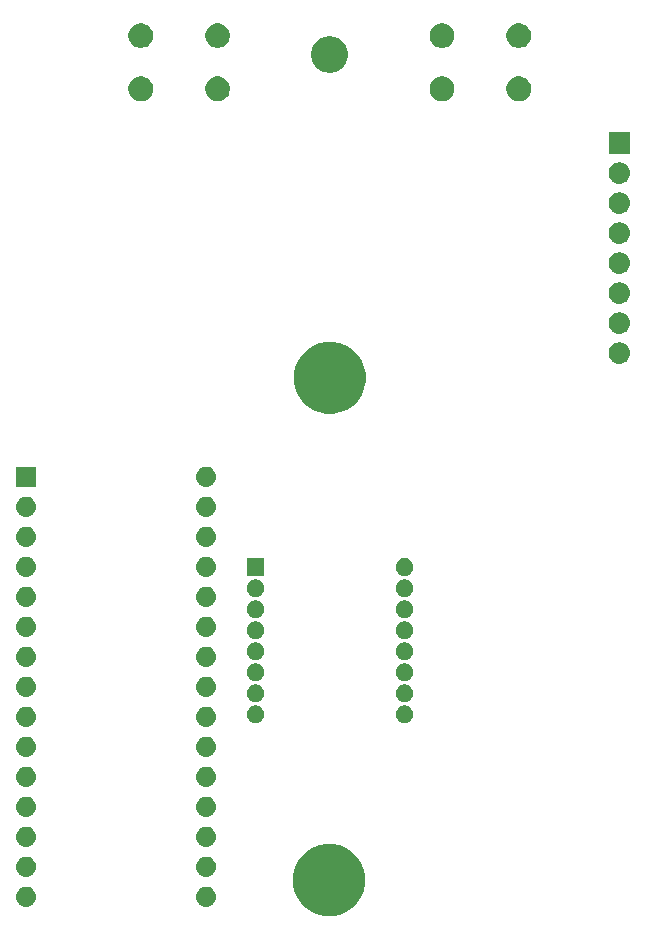
<source format=gbr>
G04 #@! TF.GenerationSoftware,KiCad,Pcbnew,(5.1.0-0)*
G04 #@! TF.CreationDate,2020-10-15T12:17:16+01:00*
G04 #@! TF.ProjectId,OpenLaserMouse,4f70656e-4c61-4736-9572-4d6f7573652e,rev?*
G04 #@! TF.SameCoordinates,Original*
G04 #@! TF.FileFunction,Soldermask,Bot*
G04 #@! TF.FilePolarity,Negative*
%FSLAX46Y46*%
G04 Gerber Fmt 4.6, Leading zero omitted, Abs format (unit mm)*
G04 Created by KiCad (PCBNEW (5.1.0-0)) date 2020-10-15 12:17:16*
%MOMM*%
%LPD*%
G04 APERTURE LIST*
%ADD10C,0.100000*%
G04 APERTURE END LIST*
D10*
G36*
X68834943Y-113566248D02*
G01*
X69390189Y-113796238D01*
X69390190Y-113796239D01*
X69889899Y-114130134D01*
X70314866Y-114555101D01*
X70390633Y-114668495D01*
X70648762Y-115054811D01*
X70878752Y-115610057D01*
X70996000Y-116199501D01*
X70996000Y-116800499D01*
X70878752Y-117389943D01*
X70648762Y-117945189D01*
X70648761Y-117945190D01*
X70314866Y-118444899D01*
X69889899Y-118869866D01*
X69638347Y-119037948D01*
X69390189Y-119203762D01*
X68834943Y-119433752D01*
X68245499Y-119551000D01*
X67644501Y-119551000D01*
X67055057Y-119433752D01*
X66499811Y-119203762D01*
X66251653Y-119037948D01*
X66000101Y-118869866D01*
X65575134Y-118444899D01*
X65241239Y-117945190D01*
X65241238Y-117945189D01*
X65011248Y-117389943D01*
X64894000Y-116800499D01*
X64894000Y-116199501D01*
X65011248Y-115610057D01*
X65241238Y-115054811D01*
X65499367Y-114668495D01*
X65575134Y-114555101D01*
X66000101Y-114130134D01*
X66499810Y-113796239D01*
X66499811Y-113796238D01*
X67055057Y-113566248D01*
X67644501Y-113449000D01*
X68245499Y-113449000D01*
X68834943Y-113566248D01*
X68834943Y-113566248D01*
G37*
G36*
X57697823Y-117080813D02*
G01*
X57858242Y-117129476D01*
X57990906Y-117200386D01*
X58006078Y-117208496D01*
X58135659Y-117314841D01*
X58242004Y-117444422D01*
X58242005Y-117444424D01*
X58321024Y-117592258D01*
X58369687Y-117752677D01*
X58386117Y-117919500D01*
X58369687Y-118086323D01*
X58321024Y-118246742D01*
X58250114Y-118379406D01*
X58242004Y-118394578D01*
X58135659Y-118524159D01*
X58006078Y-118630504D01*
X58006076Y-118630505D01*
X57858242Y-118709524D01*
X57697823Y-118758187D01*
X57572804Y-118770500D01*
X57489196Y-118770500D01*
X57364177Y-118758187D01*
X57203758Y-118709524D01*
X57055924Y-118630505D01*
X57055922Y-118630504D01*
X56926341Y-118524159D01*
X56819996Y-118394578D01*
X56811886Y-118379406D01*
X56740976Y-118246742D01*
X56692313Y-118086323D01*
X56675883Y-117919500D01*
X56692313Y-117752677D01*
X56740976Y-117592258D01*
X56819995Y-117444424D01*
X56819996Y-117444422D01*
X56926341Y-117314841D01*
X57055922Y-117208496D01*
X57071094Y-117200386D01*
X57203758Y-117129476D01*
X57364177Y-117080813D01*
X57489196Y-117068500D01*
X57572804Y-117068500D01*
X57697823Y-117080813D01*
X57697823Y-117080813D01*
G37*
G36*
X42457823Y-117080813D02*
G01*
X42618242Y-117129476D01*
X42750906Y-117200386D01*
X42766078Y-117208496D01*
X42895659Y-117314841D01*
X43002004Y-117444422D01*
X43002005Y-117444424D01*
X43081024Y-117592258D01*
X43129687Y-117752677D01*
X43146117Y-117919500D01*
X43129687Y-118086323D01*
X43081024Y-118246742D01*
X43010114Y-118379406D01*
X43002004Y-118394578D01*
X42895659Y-118524159D01*
X42766078Y-118630504D01*
X42766076Y-118630505D01*
X42618242Y-118709524D01*
X42457823Y-118758187D01*
X42332804Y-118770500D01*
X42249196Y-118770500D01*
X42124177Y-118758187D01*
X41963758Y-118709524D01*
X41815924Y-118630505D01*
X41815922Y-118630504D01*
X41686341Y-118524159D01*
X41579996Y-118394578D01*
X41571886Y-118379406D01*
X41500976Y-118246742D01*
X41452313Y-118086323D01*
X41435883Y-117919500D01*
X41452313Y-117752677D01*
X41500976Y-117592258D01*
X41579995Y-117444424D01*
X41579996Y-117444422D01*
X41686341Y-117314841D01*
X41815922Y-117208496D01*
X41831094Y-117200386D01*
X41963758Y-117129476D01*
X42124177Y-117080813D01*
X42249196Y-117068500D01*
X42332804Y-117068500D01*
X42457823Y-117080813D01*
X42457823Y-117080813D01*
G37*
G36*
X57697823Y-114540813D02*
G01*
X57858242Y-114589476D01*
X57990906Y-114660386D01*
X58006078Y-114668496D01*
X58135659Y-114774841D01*
X58242004Y-114904422D01*
X58242005Y-114904424D01*
X58321024Y-115052258D01*
X58321025Y-115052261D01*
X58330083Y-115082120D01*
X58369687Y-115212677D01*
X58386117Y-115379500D01*
X58369687Y-115546323D01*
X58321024Y-115706742D01*
X58250114Y-115839406D01*
X58242004Y-115854578D01*
X58135659Y-115984159D01*
X58006078Y-116090504D01*
X58006076Y-116090505D01*
X57858242Y-116169524D01*
X57697823Y-116218187D01*
X57572804Y-116230500D01*
X57489196Y-116230500D01*
X57364177Y-116218187D01*
X57203758Y-116169524D01*
X57055924Y-116090505D01*
X57055922Y-116090504D01*
X56926341Y-115984159D01*
X56819996Y-115854578D01*
X56811886Y-115839406D01*
X56740976Y-115706742D01*
X56692313Y-115546323D01*
X56675883Y-115379500D01*
X56692313Y-115212677D01*
X56731917Y-115082120D01*
X56740975Y-115052261D01*
X56740976Y-115052258D01*
X56819995Y-114904424D01*
X56819996Y-114904422D01*
X56926341Y-114774841D01*
X57055922Y-114668496D01*
X57071094Y-114660386D01*
X57203758Y-114589476D01*
X57364177Y-114540813D01*
X57489196Y-114528500D01*
X57572804Y-114528500D01*
X57697823Y-114540813D01*
X57697823Y-114540813D01*
G37*
G36*
X42457823Y-114540813D02*
G01*
X42618242Y-114589476D01*
X42750906Y-114660386D01*
X42766078Y-114668496D01*
X42895659Y-114774841D01*
X43002004Y-114904422D01*
X43002005Y-114904424D01*
X43081024Y-115052258D01*
X43081025Y-115052261D01*
X43090083Y-115082120D01*
X43129687Y-115212677D01*
X43146117Y-115379500D01*
X43129687Y-115546323D01*
X43081024Y-115706742D01*
X43010114Y-115839406D01*
X43002004Y-115854578D01*
X42895659Y-115984159D01*
X42766078Y-116090504D01*
X42766076Y-116090505D01*
X42618242Y-116169524D01*
X42457823Y-116218187D01*
X42332804Y-116230500D01*
X42249196Y-116230500D01*
X42124177Y-116218187D01*
X41963758Y-116169524D01*
X41815924Y-116090505D01*
X41815922Y-116090504D01*
X41686341Y-115984159D01*
X41579996Y-115854578D01*
X41571886Y-115839406D01*
X41500976Y-115706742D01*
X41452313Y-115546323D01*
X41435883Y-115379500D01*
X41452313Y-115212677D01*
X41491917Y-115082120D01*
X41500975Y-115052261D01*
X41500976Y-115052258D01*
X41579995Y-114904424D01*
X41579996Y-114904422D01*
X41686341Y-114774841D01*
X41815922Y-114668496D01*
X41831094Y-114660386D01*
X41963758Y-114589476D01*
X42124177Y-114540813D01*
X42249196Y-114528500D01*
X42332804Y-114528500D01*
X42457823Y-114540813D01*
X42457823Y-114540813D01*
G37*
G36*
X57697823Y-112000813D02*
G01*
X57858242Y-112049476D01*
X57990906Y-112120386D01*
X58006078Y-112128496D01*
X58135659Y-112234841D01*
X58242004Y-112364422D01*
X58242005Y-112364424D01*
X58321024Y-112512258D01*
X58369687Y-112672677D01*
X58386117Y-112839500D01*
X58369687Y-113006323D01*
X58321024Y-113166742D01*
X58250114Y-113299406D01*
X58242004Y-113314578D01*
X58135659Y-113444159D01*
X58006078Y-113550504D01*
X58006076Y-113550505D01*
X57858242Y-113629524D01*
X57697823Y-113678187D01*
X57572804Y-113690500D01*
X57489196Y-113690500D01*
X57364177Y-113678187D01*
X57203758Y-113629524D01*
X57055924Y-113550505D01*
X57055922Y-113550504D01*
X56926341Y-113444159D01*
X56819996Y-113314578D01*
X56811886Y-113299406D01*
X56740976Y-113166742D01*
X56692313Y-113006323D01*
X56675883Y-112839500D01*
X56692313Y-112672677D01*
X56740976Y-112512258D01*
X56819995Y-112364424D01*
X56819996Y-112364422D01*
X56926341Y-112234841D01*
X57055922Y-112128496D01*
X57071094Y-112120386D01*
X57203758Y-112049476D01*
X57364177Y-112000813D01*
X57489196Y-111988500D01*
X57572804Y-111988500D01*
X57697823Y-112000813D01*
X57697823Y-112000813D01*
G37*
G36*
X42457823Y-112000813D02*
G01*
X42618242Y-112049476D01*
X42750906Y-112120386D01*
X42766078Y-112128496D01*
X42895659Y-112234841D01*
X43002004Y-112364422D01*
X43002005Y-112364424D01*
X43081024Y-112512258D01*
X43129687Y-112672677D01*
X43146117Y-112839500D01*
X43129687Y-113006323D01*
X43081024Y-113166742D01*
X43010114Y-113299406D01*
X43002004Y-113314578D01*
X42895659Y-113444159D01*
X42766078Y-113550504D01*
X42766076Y-113550505D01*
X42618242Y-113629524D01*
X42457823Y-113678187D01*
X42332804Y-113690500D01*
X42249196Y-113690500D01*
X42124177Y-113678187D01*
X41963758Y-113629524D01*
X41815924Y-113550505D01*
X41815922Y-113550504D01*
X41686341Y-113444159D01*
X41579996Y-113314578D01*
X41571886Y-113299406D01*
X41500976Y-113166742D01*
X41452313Y-113006323D01*
X41435883Y-112839500D01*
X41452313Y-112672677D01*
X41500976Y-112512258D01*
X41579995Y-112364424D01*
X41579996Y-112364422D01*
X41686341Y-112234841D01*
X41815922Y-112128496D01*
X41831094Y-112120386D01*
X41963758Y-112049476D01*
X42124177Y-112000813D01*
X42249196Y-111988500D01*
X42332804Y-111988500D01*
X42457823Y-112000813D01*
X42457823Y-112000813D01*
G37*
G36*
X57697823Y-109460813D02*
G01*
X57858242Y-109509476D01*
X57990906Y-109580386D01*
X58006078Y-109588496D01*
X58135659Y-109694841D01*
X58242004Y-109824422D01*
X58242005Y-109824424D01*
X58321024Y-109972258D01*
X58369687Y-110132677D01*
X58386117Y-110299500D01*
X58369687Y-110466323D01*
X58321024Y-110626742D01*
X58250114Y-110759406D01*
X58242004Y-110774578D01*
X58135659Y-110904159D01*
X58006078Y-111010504D01*
X58006076Y-111010505D01*
X57858242Y-111089524D01*
X57697823Y-111138187D01*
X57572804Y-111150500D01*
X57489196Y-111150500D01*
X57364177Y-111138187D01*
X57203758Y-111089524D01*
X57055924Y-111010505D01*
X57055922Y-111010504D01*
X56926341Y-110904159D01*
X56819996Y-110774578D01*
X56811886Y-110759406D01*
X56740976Y-110626742D01*
X56692313Y-110466323D01*
X56675883Y-110299500D01*
X56692313Y-110132677D01*
X56740976Y-109972258D01*
X56819995Y-109824424D01*
X56819996Y-109824422D01*
X56926341Y-109694841D01*
X57055922Y-109588496D01*
X57071094Y-109580386D01*
X57203758Y-109509476D01*
X57364177Y-109460813D01*
X57489196Y-109448500D01*
X57572804Y-109448500D01*
X57697823Y-109460813D01*
X57697823Y-109460813D01*
G37*
G36*
X42457823Y-109460813D02*
G01*
X42618242Y-109509476D01*
X42750906Y-109580386D01*
X42766078Y-109588496D01*
X42895659Y-109694841D01*
X43002004Y-109824422D01*
X43002005Y-109824424D01*
X43081024Y-109972258D01*
X43129687Y-110132677D01*
X43146117Y-110299500D01*
X43129687Y-110466323D01*
X43081024Y-110626742D01*
X43010114Y-110759406D01*
X43002004Y-110774578D01*
X42895659Y-110904159D01*
X42766078Y-111010504D01*
X42766076Y-111010505D01*
X42618242Y-111089524D01*
X42457823Y-111138187D01*
X42332804Y-111150500D01*
X42249196Y-111150500D01*
X42124177Y-111138187D01*
X41963758Y-111089524D01*
X41815924Y-111010505D01*
X41815922Y-111010504D01*
X41686341Y-110904159D01*
X41579996Y-110774578D01*
X41571886Y-110759406D01*
X41500976Y-110626742D01*
X41452313Y-110466323D01*
X41435883Y-110299500D01*
X41452313Y-110132677D01*
X41500976Y-109972258D01*
X41579995Y-109824424D01*
X41579996Y-109824422D01*
X41686341Y-109694841D01*
X41815922Y-109588496D01*
X41831094Y-109580386D01*
X41963758Y-109509476D01*
X42124177Y-109460813D01*
X42249196Y-109448500D01*
X42332804Y-109448500D01*
X42457823Y-109460813D01*
X42457823Y-109460813D01*
G37*
G36*
X42457823Y-106920813D02*
G01*
X42618242Y-106969476D01*
X42750906Y-107040386D01*
X42766078Y-107048496D01*
X42895659Y-107154841D01*
X43002004Y-107284422D01*
X43002005Y-107284424D01*
X43081024Y-107432258D01*
X43129687Y-107592677D01*
X43146117Y-107759500D01*
X43129687Y-107926323D01*
X43081024Y-108086742D01*
X43010114Y-108219406D01*
X43002004Y-108234578D01*
X42895659Y-108364159D01*
X42766078Y-108470504D01*
X42766076Y-108470505D01*
X42618242Y-108549524D01*
X42457823Y-108598187D01*
X42332804Y-108610500D01*
X42249196Y-108610500D01*
X42124177Y-108598187D01*
X41963758Y-108549524D01*
X41815924Y-108470505D01*
X41815922Y-108470504D01*
X41686341Y-108364159D01*
X41579996Y-108234578D01*
X41571886Y-108219406D01*
X41500976Y-108086742D01*
X41452313Y-107926323D01*
X41435883Y-107759500D01*
X41452313Y-107592677D01*
X41500976Y-107432258D01*
X41579995Y-107284424D01*
X41579996Y-107284422D01*
X41686341Y-107154841D01*
X41815922Y-107048496D01*
X41831094Y-107040386D01*
X41963758Y-106969476D01*
X42124177Y-106920813D01*
X42249196Y-106908500D01*
X42332804Y-106908500D01*
X42457823Y-106920813D01*
X42457823Y-106920813D01*
G37*
G36*
X57697823Y-106920813D02*
G01*
X57858242Y-106969476D01*
X57990906Y-107040386D01*
X58006078Y-107048496D01*
X58135659Y-107154841D01*
X58242004Y-107284422D01*
X58242005Y-107284424D01*
X58321024Y-107432258D01*
X58369687Y-107592677D01*
X58386117Y-107759500D01*
X58369687Y-107926323D01*
X58321024Y-108086742D01*
X58250114Y-108219406D01*
X58242004Y-108234578D01*
X58135659Y-108364159D01*
X58006078Y-108470504D01*
X58006076Y-108470505D01*
X57858242Y-108549524D01*
X57697823Y-108598187D01*
X57572804Y-108610500D01*
X57489196Y-108610500D01*
X57364177Y-108598187D01*
X57203758Y-108549524D01*
X57055924Y-108470505D01*
X57055922Y-108470504D01*
X56926341Y-108364159D01*
X56819996Y-108234578D01*
X56811886Y-108219406D01*
X56740976Y-108086742D01*
X56692313Y-107926323D01*
X56675883Y-107759500D01*
X56692313Y-107592677D01*
X56740976Y-107432258D01*
X56819995Y-107284424D01*
X56819996Y-107284422D01*
X56926341Y-107154841D01*
X57055922Y-107048496D01*
X57071094Y-107040386D01*
X57203758Y-106969476D01*
X57364177Y-106920813D01*
X57489196Y-106908500D01*
X57572804Y-106908500D01*
X57697823Y-106920813D01*
X57697823Y-106920813D01*
G37*
G36*
X42457823Y-104380813D02*
G01*
X42618242Y-104429476D01*
X42750906Y-104500386D01*
X42766078Y-104508496D01*
X42895659Y-104614841D01*
X43002004Y-104744422D01*
X43002005Y-104744424D01*
X43081024Y-104892258D01*
X43129687Y-105052677D01*
X43146117Y-105219500D01*
X43129687Y-105386323D01*
X43081024Y-105546742D01*
X43010114Y-105679406D01*
X43002004Y-105694578D01*
X42895659Y-105824159D01*
X42766078Y-105930504D01*
X42766076Y-105930505D01*
X42618242Y-106009524D01*
X42457823Y-106058187D01*
X42332804Y-106070500D01*
X42249196Y-106070500D01*
X42124177Y-106058187D01*
X41963758Y-106009524D01*
X41815924Y-105930505D01*
X41815922Y-105930504D01*
X41686341Y-105824159D01*
X41579996Y-105694578D01*
X41571886Y-105679406D01*
X41500976Y-105546742D01*
X41452313Y-105386323D01*
X41435883Y-105219500D01*
X41452313Y-105052677D01*
X41500976Y-104892258D01*
X41579995Y-104744424D01*
X41579996Y-104744422D01*
X41686341Y-104614841D01*
X41815922Y-104508496D01*
X41831094Y-104500386D01*
X41963758Y-104429476D01*
X42124177Y-104380813D01*
X42249196Y-104368500D01*
X42332804Y-104368500D01*
X42457823Y-104380813D01*
X42457823Y-104380813D01*
G37*
G36*
X57697823Y-104380813D02*
G01*
X57858242Y-104429476D01*
X57990906Y-104500386D01*
X58006078Y-104508496D01*
X58135659Y-104614841D01*
X58242004Y-104744422D01*
X58242005Y-104744424D01*
X58321024Y-104892258D01*
X58369687Y-105052677D01*
X58386117Y-105219500D01*
X58369687Y-105386323D01*
X58321024Y-105546742D01*
X58250114Y-105679406D01*
X58242004Y-105694578D01*
X58135659Y-105824159D01*
X58006078Y-105930504D01*
X58006076Y-105930505D01*
X57858242Y-106009524D01*
X57697823Y-106058187D01*
X57572804Y-106070500D01*
X57489196Y-106070500D01*
X57364177Y-106058187D01*
X57203758Y-106009524D01*
X57055924Y-105930505D01*
X57055922Y-105930504D01*
X56926341Y-105824159D01*
X56819996Y-105694578D01*
X56811886Y-105679406D01*
X56740976Y-105546742D01*
X56692313Y-105386323D01*
X56675883Y-105219500D01*
X56692313Y-105052677D01*
X56740976Y-104892258D01*
X56819995Y-104744424D01*
X56819996Y-104744422D01*
X56926341Y-104614841D01*
X57055922Y-104508496D01*
X57071094Y-104500386D01*
X57203758Y-104429476D01*
X57364177Y-104380813D01*
X57489196Y-104368500D01*
X57572804Y-104368500D01*
X57697823Y-104380813D01*
X57697823Y-104380813D01*
G37*
G36*
X57697823Y-101840813D02*
G01*
X57858242Y-101889476D01*
X57990906Y-101960386D01*
X58006078Y-101968496D01*
X58135659Y-102074841D01*
X58242004Y-102204422D01*
X58242005Y-102204424D01*
X58321024Y-102352258D01*
X58369687Y-102512677D01*
X58386117Y-102679500D01*
X58369687Y-102846323D01*
X58321024Y-103006742D01*
X58301462Y-103043340D01*
X58242004Y-103154578D01*
X58135659Y-103284159D01*
X58006078Y-103390504D01*
X58006076Y-103390505D01*
X57858242Y-103469524D01*
X57697823Y-103518187D01*
X57572804Y-103530500D01*
X57489196Y-103530500D01*
X57364177Y-103518187D01*
X57203758Y-103469524D01*
X57055924Y-103390505D01*
X57055922Y-103390504D01*
X56926341Y-103284159D01*
X56819996Y-103154578D01*
X56760538Y-103043340D01*
X56740976Y-103006742D01*
X56692313Y-102846323D01*
X56675883Y-102679500D01*
X56692313Y-102512677D01*
X56740976Y-102352258D01*
X56819995Y-102204424D01*
X56819996Y-102204422D01*
X56926341Y-102074841D01*
X57055922Y-101968496D01*
X57071094Y-101960386D01*
X57203758Y-101889476D01*
X57364177Y-101840813D01*
X57489196Y-101828500D01*
X57572804Y-101828500D01*
X57697823Y-101840813D01*
X57697823Y-101840813D01*
G37*
G36*
X42457823Y-101840813D02*
G01*
X42618242Y-101889476D01*
X42750906Y-101960386D01*
X42766078Y-101968496D01*
X42895659Y-102074841D01*
X43002004Y-102204422D01*
X43002005Y-102204424D01*
X43081024Y-102352258D01*
X43129687Y-102512677D01*
X43146117Y-102679500D01*
X43129687Y-102846323D01*
X43081024Y-103006742D01*
X43061462Y-103043340D01*
X43002004Y-103154578D01*
X42895659Y-103284159D01*
X42766078Y-103390504D01*
X42766076Y-103390505D01*
X42618242Y-103469524D01*
X42457823Y-103518187D01*
X42332804Y-103530500D01*
X42249196Y-103530500D01*
X42124177Y-103518187D01*
X41963758Y-103469524D01*
X41815924Y-103390505D01*
X41815922Y-103390504D01*
X41686341Y-103284159D01*
X41579996Y-103154578D01*
X41520538Y-103043340D01*
X41500976Y-103006742D01*
X41452313Y-102846323D01*
X41435883Y-102679500D01*
X41452313Y-102512677D01*
X41500976Y-102352258D01*
X41579995Y-102204424D01*
X41579996Y-102204422D01*
X41686341Y-102074841D01*
X41815922Y-101968496D01*
X41831094Y-101960386D01*
X41963758Y-101889476D01*
X42124177Y-101840813D01*
X42249196Y-101828500D01*
X42332804Y-101828500D01*
X42457823Y-101840813D01*
X42457823Y-101840813D01*
G37*
G36*
X74541059Y-101737860D02*
G01*
X74677732Y-101794472D01*
X74800735Y-101876660D01*
X74905340Y-101981265D01*
X74987528Y-102104268D01*
X74987529Y-102104270D01*
X75044140Y-102240941D01*
X75066283Y-102352261D01*
X75073000Y-102386033D01*
X75073000Y-102533967D01*
X75044140Y-102679059D01*
X74987528Y-102815732D01*
X74905340Y-102938735D01*
X74800735Y-103043340D01*
X74677732Y-103125528D01*
X74677731Y-103125529D01*
X74677730Y-103125529D01*
X74541059Y-103182140D01*
X74395968Y-103211000D01*
X74248032Y-103211000D01*
X74102941Y-103182140D01*
X73966270Y-103125529D01*
X73966269Y-103125529D01*
X73966268Y-103125528D01*
X73843265Y-103043340D01*
X73738660Y-102938735D01*
X73656472Y-102815732D01*
X73599860Y-102679059D01*
X73571000Y-102533967D01*
X73571000Y-102386033D01*
X73577718Y-102352261D01*
X73599860Y-102240941D01*
X73656471Y-102104270D01*
X73656472Y-102104268D01*
X73738660Y-101981265D01*
X73843265Y-101876660D01*
X73966268Y-101794472D01*
X74102941Y-101737860D01*
X74248032Y-101709000D01*
X74395968Y-101709000D01*
X74541059Y-101737860D01*
X74541059Y-101737860D01*
G37*
G36*
X61941059Y-101737860D02*
G01*
X62077732Y-101794472D01*
X62200735Y-101876660D01*
X62305340Y-101981265D01*
X62387528Y-102104268D01*
X62387529Y-102104270D01*
X62444140Y-102240941D01*
X62466283Y-102352261D01*
X62473000Y-102386033D01*
X62473000Y-102533967D01*
X62444140Y-102679059D01*
X62387528Y-102815732D01*
X62305340Y-102938735D01*
X62200735Y-103043340D01*
X62077732Y-103125528D01*
X62077731Y-103125529D01*
X62077730Y-103125529D01*
X61941059Y-103182140D01*
X61795968Y-103211000D01*
X61648032Y-103211000D01*
X61502941Y-103182140D01*
X61366270Y-103125529D01*
X61366269Y-103125529D01*
X61366268Y-103125528D01*
X61243265Y-103043340D01*
X61138660Y-102938735D01*
X61056472Y-102815732D01*
X60999860Y-102679059D01*
X60971000Y-102533967D01*
X60971000Y-102386033D01*
X60977718Y-102352261D01*
X60999860Y-102240941D01*
X61056471Y-102104270D01*
X61056472Y-102104268D01*
X61138660Y-101981265D01*
X61243265Y-101876660D01*
X61366268Y-101794472D01*
X61502941Y-101737860D01*
X61648032Y-101709000D01*
X61795968Y-101709000D01*
X61941059Y-101737860D01*
X61941059Y-101737860D01*
G37*
G36*
X74541059Y-99957860D02*
G01*
X74576826Y-99972675D01*
X74677732Y-100014472D01*
X74800735Y-100096660D01*
X74905340Y-100201265D01*
X74975539Y-100306325D01*
X74987529Y-100324270D01*
X75044140Y-100460941D01*
X75073000Y-100606032D01*
X75073000Y-100753968D01*
X75044140Y-100899059D01*
X75011365Y-100978186D01*
X74987528Y-101035732D01*
X74905340Y-101158735D01*
X74800735Y-101263340D01*
X74677732Y-101345528D01*
X74677731Y-101345529D01*
X74677730Y-101345529D01*
X74541059Y-101402140D01*
X74395968Y-101431000D01*
X74248032Y-101431000D01*
X74102941Y-101402140D01*
X73966270Y-101345529D01*
X73966269Y-101345529D01*
X73966268Y-101345528D01*
X73843265Y-101263340D01*
X73738660Y-101158735D01*
X73656472Y-101035732D01*
X73632636Y-100978186D01*
X73599860Y-100899059D01*
X73571000Y-100753968D01*
X73571000Y-100606032D01*
X73599860Y-100460941D01*
X73656471Y-100324270D01*
X73668461Y-100306325D01*
X73738660Y-100201265D01*
X73843265Y-100096660D01*
X73966268Y-100014472D01*
X74067175Y-99972675D01*
X74102941Y-99957860D01*
X74248032Y-99929000D01*
X74395968Y-99929000D01*
X74541059Y-99957860D01*
X74541059Y-99957860D01*
G37*
G36*
X61941059Y-99957860D02*
G01*
X61976826Y-99972675D01*
X62077732Y-100014472D01*
X62200735Y-100096660D01*
X62305340Y-100201265D01*
X62375539Y-100306325D01*
X62387529Y-100324270D01*
X62444140Y-100460941D01*
X62473000Y-100606032D01*
X62473000Y-100753968D01*
X62444140Y-100899059D01*
X62411365Y-100978186D01*
X62387528Y-101035732D01*
X62305340Y-101158735D01*
X62200735Y-101263340D01*
X62077732Y-101345528D01*
X62077731Y-101345529D01*
X62077730Y-101345529D01*
X61941059Y-101402140D01*
X61795968Y-101431000D01*
X61648032Y-101431000D01*
X61502941Y-101402140D01*
X61366270Y-101345529D01*
X61366269Y-101345529D01*
X61366268Y-101345528D01*
X61243265Y-101263340D01*
X61138660Y-101158735D01*
X61056472Y-101035732D01*
X61032636Y-100978186D01*
X60999860Y-100899059D01*
X60971000Y-100753968D01*
X60971000Y-100606032D01*
X60999860Y-100460941D01*
X61056471Y-100324270D01*
X61068461Y-100306325D01*
X61138660Y-100201265D01*
X61243265Y-100096660D01*
X61366268Y-100014472D01*
X61467175Y-99972675D01*
X61502941Y-99957860D01*
X61648032Y-99929000D01*
X61795968Y-99929000D01*
X61941059Y-99957860D01*
X61941059Y-99957860D01*
G37*
G36*
X57697823Y-99300813D02*
G01*
X57858242Y-99349476D01*
X57990906Y-99420386D01*
X58006078Y-99428496D01*
X58135659Y-99534841D01*
X58242004Y-99664422D01*
X58242005Y-99664424D01*
X58321024Y-99812258D01*
X58369687Y-99972677D01*
X58386117Y-100139500D01*
X58369687Y-100306323D01*
X58321024Y-100466742D01*
X58250114Y-100599406D01*
X58242004Y-100614578D01*
X58135659Y-100744159D01*
X58006078Y-100850504D01*
X58006076Y-100850505D01*
X57858242Y-100929524D01*
X57697823Y-100978187D01*
X57572804Y-100990500D01*
X57489196Y-100990500D01*
X57364177Y-100978187D01*
X57203758Y-100929524D01*
X57055924Y-100850505D01*
X57055922Y-100850504D01*
X56926341Y-100744159D01*
X56819996Y-100614578D01*
X56811886Y-100599406D01*
X56740976Y-100466742D01*
X56692313Y-100306323D01*
X56675883Y-100139500D01*
X56692313Y-99972677D01*
X56740976Y-99812258D01*
X56819995Y-99664424D01*
X56819996Y-99664422D01*
X56926341Y-99534841D01*
X57055922Y-99428496D01*
X57071094Y-99420386D01*
X57203758Y-99349476D01*
X57364177Y-99300813D01*
X57489196Y-99288500D01*
X57572804Y-99288500D01*
X57697823Y-99300813D01*
X57697823Y-99300813D01*
G37*
G36*
X42457823Y-99300813D02*
G01*
X42618242Y-99349476D01*
X42750906Y-99420386D01*
X42766078Y-99428496D01*
X42895659Y-99534841D01*
X43002004Y-99664422D01*
X43002005Y-99664424D01*
X43081024Y-99812258D01*
X43129687Y-99972677D01*
X43146117Y-100139500D01*
X43129687Y-100306323D01*
X43081024Y-100466742D01*
X43010114Y-100599406D01*
X43002004Y-100614578D01*
X42895659Y-100744159D01*
X42766078Y-100850504D01*
X42766076Y-100850505D01*
X42618242Y-100929524D01*
X42457823Y-100978187D01*
X42332804Y-100990500D01*
X42249196Y-100990500D01*
X42124177Y-100978187D01*
X41963758Y-100929524D01*
X41815924Y-100850505D01*
X41815922Y-100850504D01*
X41686341Y-100744159D01*
X41579996Y-100614578D01*
X41571886Y-100599406D01*
X41500976Y-100466742D01*
X41452313Y-100306323D01*
X41435883Y-100139500D01*
X41452313Y-99972677D01*
X41500976Y-99812258D01*
X41579995Y-99664424D01*
X41579996Y-99664422D01*
X41686341Y-99534841D01*
X41815922Y-99428496D01*
X41831094Y-99420386D01*
X41963758Y-99349476D01*
X42124177Y-99300813D01*
X42249196Y-99288500D01*
X42332804Y-99288500D01*
X42457823Y-99300813D01*
X42457823Y-99300813D01*
G37*
G36*
X74541059Y-98177860D02*
G01*
X74677732Y-98234472D01*
X74800735Y-98316660D01*
X74905340Y-98421265D01*
X74987528Y-98544268D01*
X75044140Y-98680941D01*
X75073000Y-98826033D01*
X75073000Y-98973967D01*
X75044140Y-99119059D01*
X74987528Y-99255732D01*
X74905340Y-99378735D01*
X74800735Y-99483340D01*
X74677732Y-99565528D01*
X74677731Y-99565529D01*
X74677730Y-99565529D01*
X74541059Y-99622140D01*
X74395968Y-99651000D01*
X74248032Y-99651000D01*
X74102941Y-99622140D01*
X73966270Y-99565529D01*
X73966269Y-99565529D01*
X73966268Y-99565528D01*
X73843265Y-99483340D01*
X73738660Y-99378735D01*
X73656472Y-99255732D01*
X73599860Y-99119059D01*
X73571000Y-98973967D01*
X73571000Y-98826033D01*
X73599860Y-98680941D01*
X73656472Y-98544268D01*
X73738660Y-98421265D01*
X73843265Y-98316660D01*
X73966268Y-98234472D01*
X74102941Y-98177860D01*
X74248032Y-98149000D01*
X74395968Y-98149000D01*
X74541059Y-98177860D01*
X74541059Y-98177860D01*
G37*
G36*
X61941059Y-98177860D02*
G01*
X62077732Y-98234472D01*
X62200735Y-98316660D01*
X62305340Y-98421265D01*
X62387528Y-98544268D01*
X62444140Y-98680941D01*
X62473000Y-98826033D01*
X62473000Y-98973967D01*
X62444140Y-99119059D01*
X62387528Y-99255732D01*
X62305340Y-99378735D01*
X62200735Y-99483340D01*
X62077732Y-99565528D01*
X62077731Y-99565529D01*
X62077730Y-99565529D01*
X61941059Y-99622140D01*
X61795968Y-99651000D01*
X61648032Y-99651000D01*
X61502941Y-99622140D01*
X61366270Y-99565529D01*
X61366269Y-99565529D01*
X61366268Y-99565528D01*
X61243265Y-99483340D01*
X61138660Y-99378735D01*
X61056472Y-99255732D01*
X60999860Y-99119059D01*
X60971000Y-98973967D01*
X60971000Y-98826033D01*
X60999860Y-98680941D01*
X61056472Y-98544268D01*
X61138660Y-98421265D01*
X61243265Y-98316660D01*
X61366268Y-98234472D01*
X61502941Y-98177860D01*
X61648032Y-98149000D01*
X61795968Y-98149000D01*
X61941059Y-98177860D01*
X61941059Y-98177860D01*
G37*
G36*
X57697823Y-96760813D02*
G01*
X57858242Y-96809476D01*
X57990906Y-96880386D01*
X58006078Y-96888496D01*
X58135659Y-96994841D01*
X58242004Y-97124422D01*
X58242005Y-97124424D01*
X58321024Y-97272258D01*
X58369687Y-97432677D01*
X58386117Y-97599500D01*
X58369687Y-97766323D01*
X58321024Y-97926742D01*
X58250114Y-98059406D01*
X58242004Y-98074578D01*
X58135659Y-98204159D01*
X58006078Y-98310504D01*
X58006076Y-98310505D01*
X57858242Y-98389524D01*
X57697823Y-98438187D01*
X57572804Y-98450500D01*
X57489196Y-98450500D01*
X57364177Y-98438187D01*
X57203758Y-98389524D01*
X57055924Y-98310505D01*
X57055922Y-98310504D01*
X56926341Y-98204159D01*
X56819996Y-98074578D01*
X56811886Y-98059406D01*
X56740976Y-97926742D01*
X56692313Y-97766323D01*
X56675883Y-97599500D01*
X56692313Y-97432677D01*
X56740976Y-97272258D01*
X56819995Y-97124424D01*
X56819996Y-97124422D01*
X56926341Y-96994841D01*
X57055922Y-96888496D01*
X57071094Y-96880386D01*
X57203758Y-96809476D01*
X57364177Y-96760813D01*
X57489196Y-96748500D01*
X57572804Y-96748500D01*
X57697823Y-96760813D01*
X57697823Y-96760813D01*
G37*
G36*
X42457823Y-96760813D02*
G01*
X42618242Y-96809476D01*
X42750906Y-96880386D01*
X42766078Y-96888496D01*
X42895659Y-96994841D01*
X43002004Y-97124422D01*
X43002005Y-97124424D01*
X43081024Y-97272258D01*
X43129687Y-97432677D01*
X43146117Y-97599500D01*
X43129687Y-97766323D01*
X43081024Y-97926742D01*
X43010114Y-98059406D01*
X43002004Y-98074578D01*
X42895659Y-98204159D01*
X42766078Y-98310504D01*
X42766076Y-98310505D01*
X42618242Y-98389524D01*
X42457823Y-98438187D01*
X42332804Y-98450500D01*
X42249196Y-98450500D01*
X42124177Y-98438187D01*
X41963758Y-98389524D01*
X41815924Y-98310505D01*
X41815922Y-98310504D01*
X41686341Y-98204159D01*
X41579996Y-98074578D01*
X41571886Y-98059406D01*
X41500976Y-97926742D01*
X41452313Y-97766323D01*
X41435883Y-97599500D01*
X41452313Y-97432677D01*
X41500976Y-97272258D01*
X41579995Y-97124424D01*
X41579996Y-97124422D01*
X41686341Y-96994841D01*
X41815922Y-96888496D01*
X41831094Y-96880386D01*
X41963758Y-96809476D01*
X42124177Y-96760813D01*
X42249196Y-96748500D01*
X42332804Y-96748500D01*
X42457823Y-96760813D01*
X42457823Y-96760813D01*
G37*
G36*
X61941059Y-96397860D02*
G01*
X62077732Y-96454472D01*
X62200735Y-96536660D01*
X62305340Y-96641265D01*
X62305341Y-96641267D01*
X62387529Y-96764270D01*
X62444140Y-96900941D01*
X62462818Y-96994841D01*
X62473000Y-97046033D01*
X62473000Y-97193967D01*
X62444140Y-97339059D01*
X62387528Y-97475732D01*
X62305340Y-97598735D01*
X62200735Y-97703340D01*
X62077732Y-97785528D01*
X62077731Y-97785529D01*
X62077730Y-97785529D01*
X61941059Y-97842140D01*
X61795968Y-97871000D01*
X61648032Y-97871000D01*
X61502941Y-97842140D01*
X61366270Y-97785529D01*
X61366269Y-97785529D01*
X61366268Y-97785528D01*
X61243265Y-97703340D01*
X61138660Y-97598735D01*
X61056472Y-97475732D01*
X60999860Y-97339059D01*
X60971000Y-97193967D01*
X60971000Y-97046033D01*
X60981183Y-96994841D01*
X60999860Y-96900941D01*
X61056471Y-96764270D01*
X61138659Y-96641267D01*
X61138660Y-96641265D01*
X61243265Y-96536660D01*
X61366268Y-96454472D01*
X61502941Y-96397860D01*
X61648032Y-96369000D01*
X61795968Y-96369000D01*
X61941059Y-96397860D01*
X61941059Y-96397860D01*
G37*
G36*
X74541059Y-96397860D02*
G01*
X74677732Y-96454472D01*
X74800735Y-96536660D01*
X74905340Y-96641265D01*
X74905341Y-96641267D01*
X74987529Y-96764270D01*
X75044140Y-96900941D01*
X75062818Y-96994841D01*
X75073000Y-97046033D01*
X75073000Y-97193967D01*
X75044140Y-97339059D01*
X74987528Y-97475732D01*
X74905340Y-97598735D01*
X74800735Y-97703340D01*
X74677732Y-97785528D01*
X74677731Y-97785529D01*
X74677730Y-97785529D01*
X74541059Y-97842140D01*
X74395968Y-97871000D01*
X74248032Y-97871000D01*
X74102941Y-97842140D01*
X73966270Y-97785529D01*
X73966269Y-97785529D01*
X73966268Y-97785528D01*
X73843265Y-97703340D01*
X73738660Y-97598735D01*
X73656472Y-97475732D01*
X73599860Y-97339059D01*
X73571000Y-97193967D01*
X73571000Y-97046033D01*
X73581183Y-96994841D01*
X73599860Y-96900941D01*
X73656471Y-96764270D01*
X73738659Y-96641267D01*
X73738660Y-96641265D01*
X73843265Y-96536660D01*
X73966268Y-96454472D01*
X74102941Y-96397860D01*
X74248032Y-96369000D01*
X74395968Y-96369000D01*
X74541059Y-96397860D01*
X74541059Y-96397860D01*
G37*
G36*
X61941059Y-94617860D02*
G01*
X62077732Y-94674472D01*
X62200735Y-94756660D01*
X62305340Y-94861265D01*
X62387528Y-94984268D01*
X62387529Y-94984270D01*
X62444140Y-95120941D01*
X62473000Y-95266032D01*
X62473000Y-95413968D01*
X62444140Y-95559059D01*
X62387528Y-95695732D01*
X62305340Y-95818735D01*
X62200735Y-95923340D01*
X62077732Y-96005528D01*
X62077731Y-96005529D01*
X62077730Y-96005529D01*
X61941059Y-96062140D01*
X61795968Y-96091000D01*
X61648032Y-96091000D01*
X61502941Y-96062140D01*
X61366270Y-96005529D01*
X61366269Y-96005529D01*
X61366268Y-96005528D01*
X61243265Y-95923340D01*
X61138660Y-95818735D01*
X61056472Y-95695732D01*
X60999860Y-95559059D01*
X60971000Y-95413968D01*
X60971000Y-95266032D01*
X60999860Y-95120941D01*
X61056471Y-94984270D01*
X61056472Y-94984268D01*
X61138660Y-94861265D01*
X61243265Y-94756660D01*
X61366268Y-94674472D01*
X61502941Y-94617860D01*
X61648032Y-94589000D01*
X61795968Y-94589000D01*
X61941059Y-94617860D01*
X61941059Y-94617860D01*
G37*
G36*
X74541059Y-94617860D02*
G01*
X74677732Y-94674472D01*
X74800735Y-94756660D01*
X74905340Y-94861265D01*
X74987528Y-94984268D01*
X74987529Y-94984270D01*
X75044140Y-95120941D01*
X75073000Y-95266032D01*
X75073000Y-95413968D01*
X75044140Y-95559059D01*
X74987528Y-95695732D01*
X74905340Y-95818735D01*
X74800735Y-95923340D01*
X74677732Y-96005528D01*
X74677731Y-96005529D01*
X74677730Y-96005529D01*
X74541059Y-96062140D01*
X74395968Y-96091000D01*
X74248032Y-96091000D01*
X74102941Y-96062140D01*
X73966270Y-96005529D01*
X73966269Y-96005529D01*
X73966268Y-96005528D01*
X73843265Y-95923340D01*
X73738660Y-95818735D01*
X73656472Y-95695732D01*
X73599860Y-95559059D01*
X73571000Y-95413968D01*
X73571000Y-95266032D01*
X73599860Y-95120941D01*
X73656471Y-94984270D01*
X73656472Y-94984268D01*
X73738660Y-94861265D01*
X73843265Y-94756660D01*
X73966268Y-94674472D01*
X74102941Y-94617860D01*
X74248032Y-94589000D01*
X74395968Y-94589000D01*
X74541059Y-94617860D01*
X74541059Y-94617860D01*
G37*
G36*
X42457823Y-94220813D02*
G01*
X42618242Y-94269476D01*
X42750906Y-94340386D01*
X42766078Y-94348496D01*
X42895659Y-94454841D01*
X43002004Y-94584422D01*
X43002005Y-94584424D01*
X43081024Y-94732258D01*
X43129687Y-94892677D01*
X43146117Y-95059500D01*
X43129687Y-95226323D01*
X43081024Y-95386742D01*
X43066471Y-95413968D01*
X43002004Y-95534578D01*
X42895659Y-95664159D01*
X42766078Y-95770504D01*
X42766076Y-95770505D01*
X42618242Y-95849524D01*
X42457823Y-95898187D01*
X42332804Y-95910500D01*
X42249196Y-95910500D01*
X42124177Y-95898187D01*
X41963758Y-95849524D01*
X41815924Y-95770505D01*
X41815922Y-95770504D01*
X41686341Y-95664159D01*
X41579996Y-95534578D01*
X41515529Y-95413968D01*
X41500976Y-95386742D01*
X41452313Y-95226323D01*
X41435883Y-95059500D01*
X41452313Y-94892677D01*
X41500976Y-94732258D01*
X41579995Y-94584424D01*
X41579996Y-94584422D01*
X41686341Y-94454841D01*
X41815922Y-94348496D01*
X41831094Y-94340386D01*
X41963758Y-94269476D01*
X42124177Y-94220813D01*
X42249196Y-94208500D01*
X42332804Y-94208500D01*
X42457823Y-94220813D01*
X42457823Y-94220813D01*
G37*
G36*
X57697823Y-94220813D02*
G01*
X57858242Y-94269476D01*
X57990906Y-94340386D01*
X58006078Y-94348496D01*
X58135659Y-94454841D01*
X58242004Y-94584422D01*
X58242005Y-94584424D01*
X58321024Y-94732258D01*
X58369687Y-94892677D01*
X58386117Y-95059500D01*
X58369687Y-95226323D01*
X58321024Y-95386742D01*
X58306471Y-95413968D01*
X58242004Y-95534578D01*
X58135659Y-95664159D01*
X58006078Y-95770504D01*
X58006076Y-95770505D01*
X57858242Y-95849524D01*
X57697823Y-95898187D01*
X57572804Y-95910500D01*
X57489196Y-95910500D01*
X57364177Y-95898187D01*
X57203758Y-95849524D01*
X57055924Y-95770505D01*
X57055922Y-95770504D01*
X56926341Y-95664159D01*
X56819996Y-95534578D01*
X56755529Y-95413968D01*
X56740976Y-95386742D01*
X56692313Y-95226323D01*
X56675883Y-95059500D01*
X56692313Y-94892677D01*
X56740976Y-94732258D01*
X56819995Y-94584424D01*
X56819996Y-94584422D01*
X56926341Y-94454841D01*
X57055922Y-94348496D01*
X57071094Y-94340386D01*
X57203758Y-94269476D01*
X57364177Y-94220813D01*
X57489196Y-94208500D01*
X57572804Y-94208500D01*
X57697823Y-94220813D01*
X57697823Y-94220813D01*
G37*
G36*
X61941059Y-92837860D02*
G01*
X62077732Y-92894472D01*
X62200735Y-92976660D01*
X62305340Y-93081265D01*
X62387528Y-93204268D01*
X62444140Y-93340941D01*
X62473000Y-93486033D01*
X62473000Y-93633967D01*
X62444140Y-93779059D01*
X62387528Y-93915732D01*
X62305340Y-94038735D01*
X62200735Y-94143340D01*
X62077732Y-94225528D01*
X62077731Y-94225529D01*
X62077730Y-94225529D01*
X61941059Y-94282140D01*
X61795968Y-94311000D01*
X61648032Y-94311000D01*
X61502941Y-94282140D01*
X61366270Y-94225529D01*
X61366269Y-94225529D01*
X61366268Y-94225528D01*
X61243265Y-94143340D01*
X61138660Y-94038735D01*
X61056472Y-93915732D01*
X60999860Y-93779059D01*
X60971000Y-93633967D01*
X60971000Y-93486033D01*
X60999860Y-93340941D01*
X61056472Y-93204268D01*
X61138660Y-93081265D01*
X61243265Y-92976660D01*
X61366268Y-92894472D01*
X61502941Y-92837860D01*
X61648032Y-92809000D01*
X61795968Y-92809000D01*
X61941059Y-92837860D01*
X61941059Y-92837860D01*
G37*
G36*
X74541059Y-92837860D02*
G01*
X74677732Y-92894472D01*
X74800735Y-92976660D01*
X74905340Y-93081265D01*
X74987528Y-93204268D01*
X75044140Y-93340941D01*
X75073000Y-93486033D01*
X75073000Y-93633967D01*
X75044140Y-93779059D01*
X74987528Y-93915732D01*
X74905340Y-94038735D01*
X74800735Y-94143340D01*
X74677732Y-94225528D01*
X74677731Y-94225529D01*
X74677730Y-94225529D01*
X74541059Y-94282140D01*
X74395968Y-94311000D01*
X74248032Y-94311000D01*
X74102941Y-94282140D01*
X73966270Y-94225529D01*
X73966269Y-94225529D01*
X73966268Y-94225528D01*
X73843265Y-94143340D01*
X73738660Y-94038735D01*
X73656472Y-93915732D01*
X73599860Y-93779059D01*
X73571000Y-93633967D01*
X73571000Y-93486033D01*
X73599860Y-93340941D01*
X73656472Y-93204268D01*
X73738660Y-93081265D01*
X73843265Y-92976660D01*
X73966268Y-92894472D01*
X74102941Y-92837860D01*
X74248032Y-92809000D01*
X74395968Y-92809000D01*
X74541059Y-92837860D01*
X74541059Y-92837860D01*
G37*
G36*
X42457823Y-91680813D02*
G01*
X42618242Y-91729476D01*
X42750906Y-91800386D01*
X42766078Y-91808496D01*
X42895659Y-91914841D01*
X43002004Y-92044422D01*
X43002005Y-92044424D01*
X43081024Y-92192258D01*
X43129687Y-92352677D01*
X43146117Y-92519500D01*
X43129687Y-92686323D01*
X43081024Y-92846742D01*
X43011582Y-92976659D01*
X43002004Y-92994578D01*
X42895659Y-93124159D01*
X42766078Y-93230504D01*
X42766076Y-93230505D01*
X42618242Y-93309524D01*
X42457823Y-93358187D01*
X42332804Y-93370500D01*
X42249196Y-93370500D01*
X42124177Y-93358187D01*
X41963758Y-93309524D01*
X41815924Y-93230505D01*
X41815922Y-93230504D01*
X41686341Y-93124159D01*
X41579996Y-92994578D01*
X41570418Y-92976659D01*
X41500976Y-92846742D01*
X41452313Y-92686323D01*
X41435883Y-92519500D01*
X41452313Y-92352677D01*
X41500976Y-92192258D01*
X41579995Y-92044424D01*
X41579996Y-92044422D01*
X41686341Y-91914841D01*
X41815922Y-91808496D01*
X41831094Y-91800386D01*
X41963758Y-91729476D01*
X42124177Y-91680813D01*
X42249196Y-91668500D01*
X42332804Y-91668500D01*
X42457823Y-91680813D01*
X42457823Y-91680813D01*
G37*
G36*
X57697823Y-91680813D02*
G01*
X57858242Y-91729476D01*
X57990906Y-91800386D01*
X58006078Y-91808496D01*
X58135659Y-91914841D01*
X58242004Y-92044422D01*
X58242005Y-92044424D01*
X58321024Y-92192258D01*
X58369687Y-92352677D01*
X58386117Y-92519500D01*
X58369687Y-92686323D01*
X58321024Y-92846742D01*
X58251582Y-92976659D01*
X58242004Y-92994578D01*
X58135659Y-93124159D01*
X58006078Y-93230504D01*
X58006076Y-93230505D01*
X57858242Y-93309524D01*
X57697823Y-93358187D01*
X57572804Y-93370500D01*
X57489196Y-93370500D01*
X57364177Y-93358187D01*
X57203758Y-93309524D01*
X57055924Y-93230505D01*
X57055922Y-93230504D01*
X56926341Y-93124159D01*
X56819996Y-92994578D01*
X56810418Y-92976659D01*
X56740976Y-92846742D01*
X56692313Y-92686323D01*
X56675883Y-92519500D01*
X56692313Y-92352677D01*
X56740976Y-92192258D01*
X56819995Y-92044424D01*
X56819996Y-92044422D01*
X56926341Y-91914841D01*
X57055922Y-91808496D01*
X57071094Y-91800386D01*
X57203758Y-91729476D01*
X57364177Y-91680813D01*
X57489196Y-91668500D01*
X57572804Y-91668500D01*
X57697823Y-91680813D01*
X57697823Y-91680813D01*
G37*
G36*
X74541059Y-91057860D02*
G01*
X74677732Y-91114472D01*
X74800735Y-91196660D01*
X74905340Y-91301265D01*
X74905341Y-91301267D01*
X74987529Y-91424270D01*
X75044140Y-91560941D01*
X75065535Y-91668500D01*
X75073000Y-91706033D01*
X75073000Y-91853967D01*
X75044140Y-91999059D01*
X74987528Y-92135732D01*
X74905340Y-92258735D01*
X74800735Y-92363340D01*
X74677732Y-92445528D01*
X74677731Y-92445529D01*
X74677730Y-92445529D01*
X74541059Y-92502140D01*
X74395968Y-92531000D01*
X74248032Y-92531000D01*
X74102941Y-92502140D01*
X73966270Y-92445529D01*
X73966269Y-92445529D01*
X73966268Y-92445528D01*
X73843265Y-92363340D01*
X73738660Y-92258735D01*
X73656472Y-92135732D01*
X73599860Y-91999059D01*
X73571000Y-91853967D01*
X73571000Y-91706033D01*
X73578466Y-91668500D01*
X73599860Y-91560941D01*
X73656471Y-91424270D01*
X73738659Y-91301267D01*
X73738660Y-91301265D01*
X73843265Y-91196660D01*
X73966268Y-91114472D01*
X74102941Y-91057860D01*
X74248032Y-91029000D01*
X74395968Y-91029000D01*
X74541059Y-91057860D01*
X74541059Y-91057860D01*
G37*
G36*
X61941059Y-91057860D02*
G01*
X62077732Y-91114472D01*
X62200735Y-91196660D01*
X62305340Y-91301265D01*
X62305341Y-91301267D01*
X62387529Y-91424270D01*
X62444140Y-91560941D01*
X62465535Y-91668500D01*
X62473000Y-91706033D01*
X62473000Y-91853967D01*
X62444140Y-91999059D01*
X62387528Y-92135732D01*
X62305340Y-92258735D01*
X62200735Y-92363340D01*
X62077732Y-92445528D01*
X62077731Y-92445529D01*
X62077730Y-92445529D01*
X61941059Y-92502140D01*
X61795968Y-92531000D01*
X61648032Y-92531000D01*
X61502941Y-92502140D01*
X61366270Y-92445529D01*
X61366269Y-92445529D01*
X61366268Y-92445528D01*
X61243265Y-92363340D01*
X61138660Y-92258735D01*
X61056472Y-92135732D01*
X60999860Y-91999059D01*
X60971000Y-91853967D01*
X60971000Y-91706033D01*
X60978466Y-91668500D01*
X60999860Y-91560941D01*
X61056471Y-91424270D01*
X61138659Y-91301267D01*
X61138660Y-91301265D01*
X61243265Y-91196660D01*
X61366268Y-91114472D01*
X61502941Y-91057860D01*
X61648032Y-91029000D01*
X61795968Y-91029000D01*
X61941059Y-91057860D01*
X61941059Y-91057860D01*
G37*
G36*
X42457823Y-89140813D02*
G01*
X42618242Y-89189476D01*
X42729603Y-89249000D01*
X42766078Y-89268496D01*
X42895659Y-89374841D01*
X43002004Y-89504422D01*
X43002005Y-89504424D01*
X43081024Y-89652258D01*
X43129687Y-89812677D01*
X43146117Y-89979500D01*
X43129687Y-90146323D01*
X43081024Y-90306742D01*
X43054839Y-90355730D01*
X43002004Y-90454578D01*
X42895659Y-90584159D01*
X42766078Y-90690504D01*
X42766076Y-90690505D01*
X42618242Y-90769524D01*
X42457823Y-90818187D01*
X42332804Y-90830500D01*
X42249196Y-90830500D01*
X42124177Y-90818187D01*
X41963758Y-90769524D01*
X41815924Y-90690505D01*
X41815922Y-90690504D01*
X41686341Y-90584159D01*
X41579996Y-90454578D01*
X41527161Y-90355730D01*
X41500976Y-90306742D01*
X41452313Y-90146323D01*
X41435883Y-89979500D01*
X41452313Y-89812677D01*
X41500976Y-89652258D01*
X41579995Y-89504424D01*
X41579996Y-89504422D01*
X41686341Y-89374841D01*
X41815922Y-89268496D01*
X41852397Y-89249000D01*
X41963758Y-89189476D01*
X42124177Y-89140813D01*
X42249196Y-89128500D01*
X42332804Y-89128500D01*
X42457823Y-89140813D01*
X42457823Y-89140813D01*
G37*
G36*
X57697823Y-89140813D02*
G01*
X57858242Y-89189476D01*
X57969603Y-89249000D01*
X58006078Y-89268496D01*
X58135659Y-89374841D01*
X58242004Y-89504422D01*
X58242005Y-89504424D01*
X58321024Y-89652258D01*
X58369687Y-89812677D01*
X58386117Y-89979500D01*
X58369687Y-90146323D01*
X58321024Y-90306742D01*
X58294839Y-90355730D01*
X58242004Y-90454578D01*
X58135659Y-90584159D01*
X58006078Y-90690504D01*
X58006076Y-90690505D01*
X57858242Y-90769524D01*
X57697823Y-90818187D01*
X57572804Y-90830500D01*
X57489196Y-90830500D01*
X57364177Y-90818187D01*
X57203758Y-90769524D01*
X57055924Y-90690505D01*
X57055922Y-90690504D01*
X56926341Y-90584159D01*
X56819996Y-90454578D01*
X56767161Y-90355730D01*
X56740976Y-90306742D01*
X56692313Y-90146323D01*
X56675883Y-89979500D01*
X56692313Y-89812677D01*
X56740976Y-89652258D01*
X56819995Y-89504424D01*
X56819996Y-89504422D01*
X56926341Y-89374841D01*
X57055922Y-89268496D01*
X57092397Y-89249000D01*
X57203758Y-89189476D01*
X57364177Y-89140813D01*
X57489196Y-89128500D01*
X57572804Y-89128500D01*
X57697823Y-89140813D01*
X57697823Y-89140813D01*
G37*
G36*
X62473000Y-90751000D02*
G01*
X60971000Y-90751000D01*
X60971000Y-89249000D01*
X62473000Y-89249000D01*
X62473000Y-90751000D01*
X62473000Y-90751000D01*
G37*
G36*
X74493977Y-89268495D02*
G01*
X74541059Y-89277860D01*
X74677732Y-89334472D01*
X74800735Y-89416660D01*
X74905340Y-89521265D01*
X74905341Y-89521267D01*
X74987529Y-89644270D01*
X75044140Y-89780941D01*
X75073000Y-89926032D01*
X75073000Y-90073968D01*
X75044140Y-90219059D01*
X75007821Y-90306742D01*
X74987528Y-90355732D01*
X74905340Y-90478735D01*
X74800735Y-90583340D01*
X74677732Y-90665528D01*
X74677731Y-90665529D01*
X74677730Y-90665529D01*
X74541059Y-90722140D01*
X74395968Y-90751000D01*
X74248032Y-90751000D01*
X74102941Y-90722140D01*
X73966270Y-90665529D01*
X73966269Y-90665529D01*
X73966268Y-90665528D01*
X73843265Y-90583340D01*
X73738660Y-90478735D01*
X73656472Y-90355732D01*
X73636180Y-90306742D01*
X73599860Y-90219059D01*
X73571000Y-90073968D01*
X73571000Y-89926032D01*
X73599860Y-89780941D01*
X73656471Y-89644270D01*
X73738659Y-89521267D01*
X73738660Y-89521265D01*
X73843265Y-89416660D01*
X73966268Y-89334472D01*
X74102941Y-89277860D01*
X74150023Y-89268495D01*
X74248032Y-89249000D01*
X74395968Y-89249000D01*
X74493977Y-89268495D01*
X74493977Y-89268495D01*
G37*
G36*
X57697823Y-86600813D02*
G01*
X57858242Y-86649476D01*
X57990906Y-86720386D01*
X58006078Y-86728496D01*
X58135659Y-86834841D01*
X58242004Y-86964422D01*
X58242005Y-86964424D01*
X58321024Y-87112258D01*
X58369687Y-87272677D01*
X58386117Y-87439500D01*
X58369687Y-87606323D01*
X58321024Y-87766742D01*
X58250114Y-87899406D01*
X58242004Y-87914578D01*
X58135659Y-88044159D01*
X58006078Y-88150504D01*
X58006076Y-88150505D01*
X57858242Y-88229524D01*
X57697823Y-88278187D01*
X57572804Y-88290500D01*
X57489196Y-88290500D01*
X57364177Y-88278187D01*
X57203758Y-88229524D01*
X57055924Y-88150505D01*
X57055922Y-88150504D01*
X56926341Y-88044159D01*
X56819996Y-87914578D01*
X56811886Y-87899406D01*
X56740976Y-87766742D01*
X56692313Y-87606323D01*
X56675883Y-87439500D01*
X56692313Y-87272677D01*
X56740976Y-87112258D01*
X56819995Y-86964424D01*
X56819996Y-86964422D01*
X56926341Y-86834841D01*
X57055922Y-86728496D01*
X57071094Y-86720386D01*
X57203758Y-86649476D01*
X57364177Y-86600813D01*
X57489196Y-86588500D01*
X57572804Y-86588500D01*
X57697823Y-86600813D01*
X57697823Y-86600813D01*
G37*
G36*
X42457823Y-86600813D02*
G01*
X42618242Y-86649476D01*
X42750906Y-86720386D01*
X42766078Y-86728496D01*
X42895659Y-86834841D01*
X43002004Y-86964422D01*
X43002005Y-86964424D01*
X43081024Y-87112258D01*
X43129687Y-87272677D01*
X43146117Y-87439500D01*
X43129687Y-87606323D01*
X43081024Y-87766742D01*
X43010114Y-87899406D01*
X43002004Y-87914578D01*
X42895659Y-88044159D01*
X42766078Y-88150504D01*
X42766076Y-88150505D01*
X42618242Y-88229524D01*
X42457823Y-88278187D01*
X42332804Y-88290500D01*
X42249196Y-88290500D01*
X42124177Y-88278187D01*
X41963758Y-88229524D01*
X41815924Y-88150505D01*
X41815922Y-88150504D01*
X41686341Y-88044159D01*
X41579996Y-87914578D01*
X41571886Y-87899406D01*
X41500976Y-87766742D01*
X41452313Y-87606323D01*
X41435883Y-87439500D01*
X41452313Y-87272677D01*
X41500976Y-87112258D01*
X41579995Y-86964424D01*
X41579996Y-86964422D01*
X41686341Y-86834841D01*
X41815922Y-86728496D01*
X41831094Y-86720386D01*
X41963758Y-86649476D01*
X42124177Y-86600813D01*
X42249196Y-86588500D01*
X42332804Y-86588500D01*
X42457823Y-86600813D01*
X42457823Y-86600813D01*
G37*
G36*
X57697823Y-84060813D02*
G01*
X57858242Y-84109476D01*
X57990906Y-84180386D01*
X58006078Y-84188496D01*
X58135659Y-84294841D01*
X58242004Y-84424422D01*
X58242005Y-84424424D01*
X58321024Y-84572258D01*
X58369687Y-84732677D01*
X58386117Y-84899500D01*
X58369687Y-85066323D01*
X58321024Y-85226742D01*
X58250114Y-85359406D01*
X58242004Y-85374578D01*
X58135659Y-85504159D01*
X58006078Y-85610504D01*
X58006076Y-85610505D01*
X57858242Y-85689524D01*
X57697823Y-85738187D01*
X57572804Y-85750500D01*
X57489196Y-85750500D01*
X57364177Y-85738187D01*
X57203758Y-85689524D01*
X57055924Y-85610505D01*
X57055922Y-85610504D01*
X56926341Y-85504159D01*
X56819996Y-85374578D01*
X56811886Y-85359406D01*
X56740976Y-85226742D01*
X56692313Y-85066323D01*
X56675883Y-84899500D01*
X56692313Y-84732677D01*
X56740976Y-84572258D01*
X56819995Y-84424424D01*
X56819996Y-84424422D01*
X56926341Y-84294841D01*
X57055922Y-84188496D01*
X57071094Y-84180386D01*
X57203758Y-84109476D01*
X57364177Y-84060813D01*
X57489196Y-84048500D01*
X57572804Y-84048500D01*
X57697823Y-84060813D01*
X57697823Y-84060813D01*
G37*
G36*
X42457823Y-84060813D02*
G01*
X42618242Y-84109476D01*
X42750906Y-84180386D01*
X42766078Y-84188496D01*
X42895659Y-84294841D01*
X43002004Y-84424422D01*
X43002005Y-84424424D01*
X43081024Y-84572258D01*
X43129687Y-84732677D01*
X43146117Y-84899500D01*
X43129687Y-85066323D01*
X43081024Y-85226742D01*
X43010114Y-85359406D01*
X43002004Y-85374578D01*
X42895659Y-85504159D01*
X42766078Y-85610504D01*
X42766076Y-85610505D01*
X42618242Y-85689524D01*
X42457823Y-85738187D01*
X42332804Y-85750500D01*
X42249196Y-85750500D01*
X42124177Y-85738187D01*
X41963758Y-85689524D01*
X41815924Y-85610505D01*
X41815922Y-85610504D01*
X41686341Y-85504159D01*
X41579996Y-85374578D01*
X41571886Y-85359406D01*
X41500976Y-85226742D01*
X41452313Y-85066323D01*
X41435883Y-84899500D01*
X41452313Y-84732677D01*
X41500976Y-84572258D01*
X41579995Y-84424424D01*
X41579996Y-84424422D01*
X41686341Y-84294841D01*
X41815922Y-84188496D01*
X41831094Y-84180386D01*
X41963758Y-84109476D01*
X42124177Y-84060813D01*
X42249196Y-84048500D01*
X42332804Y-84048500D01*
X42457823Y-84060813D01*
X42457823Y-84060813D01*
G37*
G36*
X57697823Y-81520813D02*
G01*
X57858242Y-81569476D01*
X57990906Y-81640386D01*
X58006078Y-81648496D01*
X58135659Y-81754841D01*
X58242004Y-81884422D01*
X58242005Y-81884424D01*
X58321024Y-82032258D01*
X58369687Y-82192677D01*
X58386117Y-82359500D01*
X58369687Y-82526323D01*
X58321024Y-82686742D01*
X58250114Y-82819406D01*
X58242004Y-82834578D01*
X58135659Y-82964159D01*
X58006078Y-83070504D01*
X58006076Y-83070505D01*
X57858242Y-83149524D01*
X57697823Y-83198187D01*
X57572804Y-83210500D01*
X57489196Y-83210500D01*
X57364177Y-83198187D01*
X57203758Y-83149524D01*
X57055924Y-83070505D01*
X57055922Y-83070504D01*
X56926341Y-82964159D01*
X56819996Y-82834578D01*
X56811886Y-82819406D01*
X56740976Y-82686742D01*
X56692313Y-82526323D01*
X56675883Y-82359500D01*
X56692313Y-82192677D01*
X56740976Y-82032258D01*
X56819995Y-81884424D01*
X56819996Y-81884422D01*
X56926341Y-81754841D01*
X57055922Y-81648496D01*
X57071094Y-81640386D01*
X57203758Y-81569476D01*
X57364177Y-81520813D01*
X57489196Y-81508500D01*
X57572804Y-81508500D01*
X57697823Y-81520813D01*
X57697823Y-81520813D01*
G37*
G36*
X43142000Y-83210500D02*
G01*
X41440000Y-83210500D01*
X41440000Y-81508500D01*
X43142000Y-81508500D01*
X43142000Y-83210500D01*
X43142000Y-83210500D01*
G37*
G36*
X68898443Y-71043748D02*
G01*
X69453689Y-71273738D01*
X69453690Y-71273739D01*
X69953399Y-71607634D01*
X70378366Y-72032601D01*
X70395756Y-72058627D01*
X70712262Y-72532311D01*
X70942252Y-73087557D01*
X71059500Y-73677001D01*
X71059500Y-74277999D01*
X70942252Y-74867443D01*
X70712262Y-75422689D01*
X70712261Y-75422690D01*
X70378366Y-75922399D01*
X69953399Y-76347366D01*
X69701847Y-76515448D01*
X69453689Y-76681262D01*
X68898443Y-76911252D01*
X68308999Y-77028500D01*
X67708001Y-77028500D01*
X67118557Y-76911252D01*
X66563311Y-76681262D01*
X66315153Y-76515448D01*
X66063601Y-76347366D01*
X65638634Y-75922399D01*
X65304739Y-75422690D01*
X65304738Y-75422689D01*
X65074748Y-74867443D01*
X64957500Y-74277999D01*
X64957500Y-73677001D01*
X65074748Y-73087557D01*
X65304738Y-72532311D01*
X65621244Y-72058627D01*
X65638634Y-72032601D01*
X66063601Y-71607634D01*
X66563310Y-71273739D01*
X66563311Y-71273738D01*
X67118557Y-71043748D01*
X67708001Y-70926500D01*
X68308999Y-70926500D01*
X68898443Y-71043748D01*
X68898443Y-71043748D01*
G37*
G36*
X92629943Y-70987519D02*
G01*
X92696127Y-70994037D01*
X92865966Y-71045557D01*
X93022491Y-71129222D01*
X93058229Y-71158552D01*
X93159686Y-71241814D01*
X93242948Y-71343271D01*
X93272278Y-71379009D01*
X93355943Y-71535534D01*
X93407463Y-71705373D01*
X93424859Y-71882000D01*
X93407463Y-72058627D01*
X93355943Y-72228466D01*
X93272278Y-72384991D01*
X93242948Y-72420729D01*
X93159686Y-72522186D01*
X93058229Y-72605448D01*
X93022491Y-72634778D01*
X92865966Y-72718443D01*
X92696127Y-72769963D01*
X92629943Y-72776481D01*
X92563760Y-72783000D01*
X92475240Y-72783000D01*
X92409057Y-72776481D01*
X92342873Y-72769963D01*
X92173034Y-72718443D01*
X92016509Y-72634778D01*
X91980771Y-72605448D01*
X91879314Y-72522186D01*
X91796052Y-72420729D01*
X91766722Y-72384991D01*
X91683057Y-72228466D01*
X91631537Y-72058627D01*
X91614141Y-71882000D01*
X91631537Y-71705373D01*
X91683057Y-71535534D01*
X91766722Y-71379009D01*
X91796052Y-71343271D01*
X91879314Y-71241814D01*
X91980771Y-71158552D01*
X92016509Y-71129222D01*
X92173034Y-71045557D01*
X92342873Y-70994037D01*
X92409057Y-70987519D01*
X92475240Y-70981000D01*
X92563760Y-70981000D01*
X92629943Y-70987519D01*
X92629943Y-70987519D01*
G37*
G36*
X92629942Y-68447518D02*
G01*
X92696127Y-68454037D01*
X92865966Y-68505557D01*
X93022491Y-68589222D01*
X93058229Y-68618552D01*
X93159686Y-68701814D01*
X93242948Y-68803271D01*
X93272278Y-68839009D01*
X93355943Y-68995534D01*
X93407463Y-69165373D01*
X93424859Y-69342000D01*
X93407463Y-69518627D01*
X93355943Y-69688466D01*
X93272278Y-69844991D01*
X93242948Y-69880729D01*
X93159686Y-69982186D01*
X93058229Y-70065448D01*
X93022491Y-70094778D01*
X92865966Y-70178443D01*
X92696127Y-70229963D01*
X92629942Y-70236482D01*
X92563760Y-70243000D01*
X92475240Y-70243000D01*
X92409058Y-70236482D01*
X92342873Y-70229963D01*
X92173034Y-70178443D01*
X92016509Y-70094778D01*
X91980771Y-70065448D01*
X91879314Y-69982186D01*
X91796052Y-69880729D01*
X91766722Y-69844991D01*
X91683057Y-69688466D01*
X91631537Y-69518627D01*
X91614141Y-69342000D01*
X91631537Y-69165373D01*
X91683057Y-68995534D01*
X91766722Y-68839009D01*
X91796052Y-68803271D01*
X91879314Y-68701814D01*
X91980771Y-68618552D01*
X92016509Y-68589222D01*
X92173034Y-68505557D01*
X92342873Y-68454037D01*
X92409058Y-68447518D01*
X92475240Y-68441000D01*
X92563760Y-68441000D01*
X92629942Y-68447518D01*
X92629942Y-68447518D01*
G37*
G36*
X92629943Y-65907519D02*
G01*
X92696127Y-65914037D01*
X92865966Y-65965557D01*
X93022491Y-66049222D01*
X93058229Y-66078552D01*
X93159686Y-66161814D01*
X93242948Y-66263271D01*
X93272278Y-66299009D01*
X93355943Y-66455534D01*
X93407463Y-66625373D01*
X93424859Y-66802000D01*
X93407463Y-66978627D01*
X93355943Y-67148466D01*
X93272278Y-67304991D01*
X93242948Y-67340729D01*
X93159686Y-67442186D01*
X93058229Y-67525448D01*
X93022491Y-67554778D01*
X92865966Y-67638443D01*
X92696127Y-67689963D01*
X92629942Y-67696482D01*
X92563760Y-67703000D01*
X92475240Y-67703000D01*
X92409058Y-67696482D01*
X92342873Y-67689963D01*
X92173034Y-67638443D01*
X92016509Y-67554778D01*
X91980771Y-67525448D01*
X91879314Y-67442186D01*
X91796052Y-67340729D01*
X91766722Y-67304991D01*
X91683057Y-67148466D01*
X91631537Y-66978627D01*
X91614141Y-66802000D01*
X91631537Y-66625373D01*
X91683057Y-66455534D01*
X91766722Y-66299009D01*
X91796052Y-66263271D01*
X91879314Y-66161814D01*
X91980771Y-66078552D01*
X92016509Y-66049222D01*
X92173034Y-65965557D01*
X92342873Y-65914037D01*
X92409057Y-65907519D01*
X92475240Y-65901000D01*
X92563760Y-65901000D01*
X92629943Y-65907519D01*
X92629943Y-65907519D01*
G37*
G36*
X92629942Y-63367518D02*
G01*
X92696127Y-63374037D01*
X92865966Y-63425557D01*
X93022491Y-63509222D01*
X93058229Y-63538552D01*
X93159686Y-63621814D01*
X93242948Y-63723271D01*
X93272278Y-63759009D01*
X93355943Y-63915534D01*
X93407463Y-64085373D01*
X93424859Y-64262000D01*
X93407463Y-64438627D01*
X93355943Y-64608466D01*
X93272278Y-64764991D01*
X93242948Y-64800729D01*
X93159686Y-64902186D01*
X93058229Y-64985448D01*
X93022491Y-65014778D01*
X92865966Y-65098443D01*
X92696127Y-65149963D01*
X92629943Y-65156481D01*
X92563760Y-65163000D01*
X92475240Y-65163000D01*
X92409057Y-65156481D01*
X92342873Y-65149963D01*
X92173034Y-65098443D01*
X92016509Y-65014778D01*
X91980771Y-64985448D01*
X91879314Y-64902186D01*
X91796052Y-64800729D01*
X91766722Y-64764991D01*
X91683057Y-64608466D01*
X91631537Y-64438627D01*
X91614141Y-64262000D01*
X91631537Y-64085373D01*
X91683057Y-63915534D01*
X91766722Y-63759009D01*
X91796052Y-63723271D01*
X91879314Y-63621814D01*
X91980771Y-63538552D01*
X92016509Y-63509222D01*
X92173034Y-63425557D01*
X92342873Y-63374037D01*
X92409058Y-63367518D01*
X92475240Y-63361000D01*
X92563760Y-63361000D01*
X92629942Y-63367518D01*
X92629942Y-63367518D01*
G37*
G36*
X92629943Y-60827519D02*
G01*
X92696127Y-60834037D01*
X92865966Y-60885557D01*
X93022491Y-60969222D01*
X93058229Y-60998552D01*
X93159686Y-61081814D01*
X93242948Y-61183271D01*
X93272278Y-61219009D01*
X93355943Y-61375534D01*
X93407463Y-61545373D01*
X93424859Y-61722000D01*
X93407463Y-61898627D01*
X93355943Y-62068466D01*
X93272278Y-62224991D01*
X93242948Y-62260729D01*
X93159686Y-62362186D01*
X93058229Y-62445448D01*
X93022491Y-62474778D01*
X92865966Y-62558443D01*
X92696127Y-62609963D01*
X92629942Y-62616482D01*
X92563760Y-62623000D01*
X92475240Y-62623000D01*
X92409058Y-62616482D01*
X92342873Y-62609963D01*
X92173034Y-62558443D01*
X92016509Y-62474778D01*
X91980771Y-62445448D01*
X91879314Y-62362186D01*
X91796052Y-62260729D01*
X91766722Y-62224991D01*
X91683057Y-62068466D01*
X91631537Y-61898627D01*
X91614141Y-61722000D01*
X91631537Y-61545373D01*
X91683057Y-61375534D01*
X91766722Y-61219009D01*
X91796052Y-61183271D01*
X91879314Y-61081814D01*
X91980771Y-60998552D01*
X92016509Y-60969222D01*
X92173034Y-60885557D01*
X92342873Y-60834037D01*
X92409057Y-60827519D01*
X92475240Y-60821000D01*
X92563760Y-60821000D01*
X92629943Y-60827519D01*
X92629943Y-60827519D01*
G37*
G36*
X92629942Y-58287518D02*
G01*
X92696127Y-58294037D01*
X92865966Y-58345557D01*
X93022491Y-58429222D01*
X93058229Y-58458552D01*
X93159686Y-58541814D01*
X93242948Y-58643271D01*
X93272278Y-58679009D01*
X93355943Y-58835534D01*
X93407463Y-59005373D01*
X93424859Y-59182000D01*
X93407463Y-59358627D01*
X93355943Y-59528466D01*
X93272278Y-59684991D01*
X93242948Y-59720729D01*
X93159686Y-59822186D01*
X93058229Y-59905448D01*
X93022491Y-59934778D01*
X92865966Y-60018443D01*
X92696127Y-60069963D01*
X92629942Y-60076482D01*
X92563760Y-60083000D01*
X92475240Y-60083000D01*
X92409058Y-60076482D01*
X92342873Y-60069963D01*
X92173034Y-60018443D01*
X92016509Y-59934778D01*
X91980771Y-59905448D01*
X91879314Y-59822186D01*
X91796052Y-59720729D01*
X91766722Y-59684991D01*
X91683057Y-59528466D01*
X91631537Y-59358627D01*
X91614141Y-59182000D01*
X91631537Y-59005373D01*
X91683057Y-58835534D01*
X91766722Y-58679009D01*
X91796052Y-58643271D01*
X91879314Y-58541814D01*
X91980771Y-58458552D01*
X92016509Y-58429222D01*
X92173034Y-58345557D01*
X92342873Y-58294037D01*
X92409058Y-58287518D01*
X92475240Y-58281000D01*
X92563760Y-58281000D01*
X92629942Y-58287518D01*
X92629942Y-58287518D01*
G37*
G36*
X92629942Y-55747518D02*
G01*
X92696127Y-55754037D01*
X92865966Y-55805557D01*
X93022491Y-55889222D01*
X93058229Y-55918552D01*
X93159686Y-56001814D01*
X93242948Y-56103271D01*
X93272278Y-56139009D01*
X93355943Y-56295534D01*
X93407463Y-56465373D01*
X93424859Y-56642000D01*
X93407463Y-56818627D01*
X93355943Y-56988466D01*
X93272278Y-57144991D01*
X93242948Y-57180729D01*
X93159686Y-57282186D01*
X93058229Y-57365448D01*
X93022491Y-57394778D01*
X92865966Y-57478443D01*
X92696127Y-57529963D01*
X92629942Y-57536482D01*
X92563760Y-57543000D01*
X92475240Y-57543000D01*
X92409058Y-57536482D01*
X92342873Y-57529963D01*
X92173034Y-57478443D01*
X92016509Y-57394778D01*
X91980771Y-57365448D01*
X91879314Y-57282186D01*
X91796052Y-57180729D01*
X91766722Y-57144991D01*
X91683057Y-56988466D01*
X91631537Y-56818627D01*
X91614141Y-56642000D01*
X91631537Y-56465373D01*
X91683057Y-56295534D01*
X91766722Y-56139009D01*
X91796052Y-56103271D01*
X91879314Y-56001814D01*
X91980771Y-55918552D01*
X92016509Y-55889222D01*
X92173034Y-55805557D01*
X92342873Y-55754037D01*
X92409058Y-55747518D01*
X92475240Y-55741000D01*
X92563760Y-55741000D01*
X92629942Y-55747518D01*
X92629942Y-55747518D01*
G37*
G36*
X93420500Y-55003000D02*
G01*
X91618500Y-55003000D01*
X91618500Y-53201000D01*
X93420500Y-53201000D01*
X93420500Y-55003000D01*
X93420500Y-55003000D01*
G37*
G36*
X58806564Y-48489389D02*
G01*
X58997833Y-48568615D01*
X58997835Y-48568616D01*
X59169973Y-48683635D01*
X59316365Y-48830027D01*
X59431385Y-49002167D01*
X59510611Y-49193436D01*
X59551000Y-49396484D01*
X59551000Y-49603516D01*
X59510611Y-49806564D01*
X59431385Y-49997833D01*
X59431384Y-49997835D01*
X59316365Y-50169973D01*
X59169973Y-50316365D01*
X58997835Y-50431384D01*
X58997834Y-50431385D01*
X58997833Y-50431385D01*
X58806564Y-50510611D01*
X58603516Y-50551000D01*
X58396484Y-50551000D01*
X58193436Y-50510611D01*
X58002167Y-50431385D01*
X58002166Y-50431385D01*
X58002165Y-50431384D01*
X57830027Y-50316365D01*
X57683635Y-50169973D01*
X57568616Y-49997835D01*
X57568615Y-49997833D01*
X57489389Y-49806564D01*
X57449000Y-49603516D01*
X57449000Y-49396484D01*
X57489389Y-49193436D01*
X57568615Y-49002167D01*
X57683635Y-48830027D01*
X57830027Y-48683635D01*
X58002165Y-48568616D01*
X58002167Y-48568615D01*
X58193436Y-48489389D01*
X58396484Y-48449000D01*
X58603516Y-48449000D01*
X58806564Y-48489389D01*
X58806564Y-48489389D01*
G37*
G36*
X52306564Y-48489389D02*
G01*
X52497833Y-48568615D01*
X52497835Y-48568616D01*
X52669973Y-48683635D01*
X52816365Y-48830027D01*
X52931385Y-49002167D01*
X53010611Y-49193436D01*
X53051000Y-49396484D01*
X53051000Y-49603516D01*
X53010611Y-49806564D01*
X52931385Y-49997833D01*
X52931384Y-49997835D01*
X52816365Y-50169973D01*
X52669973Y-50316365D01*
X52497835Y-50431384D01*
X52497834Y-50431385D01*
X52497833Y-50431385D01*
X52306564Y-50510611D01*
X52103516Y-50551000D01*
X51896484Y-50551000D01*
X51693436Y-50510611D01*
X51502167Y-50431385D01*
X51502166Y-50431385D01*
X51502165Y-50431384D01*
X51330027Y-50316365D01*
X51183635Y-50169973D01*
X51068616Y-49997835D01*
X51068615Y-49997833D01*
X50989389Y-49806564D01*
X50949000Y-49603516D01*
X50949000Y-49396484D01*
X50989389Y-49193436D01*
X51068615Y-49002167D01*
X51183635Y-48830027D01*
X51330027Y-48683635D01*
X51502165Y-48568616D01*
X51502167Y-48568615D01*
X51693436Y-48489389D01*
X51896484Y-48449000D01*
X52103516Y-48449000D01*
X52306564Y-48489389D01*
X52306564Y-48489389D01*
G37*
G36*
X77806564Y-48489389D02*
G01*
X77997833Y-48568615D01*
X77997835Y-48568616D01*
X78169973Y-48683635D01*
X78316365Y-48830027D01*
X78431385Y-49002167D01*
X78510611Y-49193436D01*
X78551000Y-49396484D01*
X78551000Y-49603516D01*
X78510611Y-49806564D01*
X78431385Y-49997833D01*
X78431384Y-49997835D01*
X78316365Y-50169973D01*
X78169973Y-50316365D01*
X77997835Y-50431384D01*
X77997834Y-50431385D01*
X77997833Y-50431385D01*
X77806564Y-50510611D01*
X77603516Y-50551000D01*
X77396484Y-50551000D01*
X77193436Y-50510611D01*
X77002167Y-50431385D01*
X77002166Y-50431385D01*
X77002165Y-50431384D01*
X76830027Y-50316365D01*
X76683635Y-50169973D01*
X76568616Y-49997835D01*
X76568615Y-49997833D01*
X76489389Y-49806564D01*
X76449000Y-49603516D01*
X76449000Y-49396484D01*
X76489389Y-49193436D01*
X76568615Y-49002167D01*
X76683635Y-48830027D01*
X76830027Y-48683635D01*
X77002165Y-48568616D01*
X77002167Y-48568615D01*
X77193436Y-48489389D01*
X77396484Y-48449000D01*
X77603516Y-48449000D01*
X77806564Y-48489389D01*
X77806564Y-48489389D01*
G37*
G36*
X84306564Y-48489389D02*
G01*
X84497833Y-48568615D01*
X84497835Y-48568616D01*
X84669973Y-48683635D01*
X84816365Y-48830027D01*
X84931385Y-49002167D01*
X85010611Y-49193436D01*
X85051000Y-49396484D01*
X85051000Y-49603516D01*
X85010611Y-49806564D01*
X84931385Y-49997833D01*
X84931384Y-49997835D01*
X84816365Y-50169973D01*
X84669973Y-50316365D01*
X84497835Y-50431384D01*
X84497834Y-50431385D01*
X84497833Y-50431385D01*
X84306564Y-50510611D01*
X84103516Y-50551000D01*
X83896484Y-50551000D01*
X83693436Y-50510611D01*
X83502167Y-50431385D01*
X83502166Y-50431385D01*
X83502165Y-50431384D01*
X83330027Y-50316365D01*
X83183635Y-50169973D01*
X83068616Y-49997835D01*
X83068615Y-49997833D01*
X82989389Y-49806564D01*
X82949000Y-49603516D01*
X82949000Y-49396484D01*
X82989389Y-49193436D01*
X83068615Y-49002167D01*
X83183635Y-48830027D01*
X83330027Y-48683635D01*
X83502165Y-48568616D01*
X83502167Y-48568615D01*
X83693436Y-48489389D01*
X83896484Y-48449000D01*
X84103516Y-48449000D01*
X84306564Y-48489389D01*
X84306564Y-48489389D01*
G37*
G36*
X68302585Y-45087802D02*
G01*
X68452410Y-45117604D01*
X68734674Y-45234521D01*
X68988705Y-45404259D01*
X69204741Y-45620295D01*
X69374479Y-45874326D01*
X69491396Y-46156590D01*
X69551000Y-46456240D01*
X69551000Y-46761760D01*
X69491396Y-47061410D01*
X69374479Y-47343674D01*
X69204741Y-47597705D01*
X68988705Y-47813741D01*
X68734674Y-47983479D01*
X68452410Y-48100396D01*
X68302585Y-48130198D01*
X68152761Y-48160000D01*
X67847239Y-48160000D01*
X67697415Y-48130198D01*
X67547590Y-48100396D01*
X67265326Y-47983479D01*
X67011295Y-47813741D01*
X66795259Y-47597705D01*
X66625521Y-47343674D01*
X66508604Y-47061410D01*
X66449000Y-46761760D01*
X66449000Y-46456240D01*
X66508604Y-46156590D01*
X66625521Y-45874326D01*
X66795259Y-45620295D01*
X67011295Y-45404259D01*
X67265326Y-45234521D01*
X67547590Y-45117604D01*
X67697415Y-45087802D01*
X67847239Y-45058000D01*
X68152761Y-45058000D01*
X68302585Y-45087802D01*
X68302585Y-45087802D01*
G37*
G36*
X58806564Y-43989389D02*
G01*
X58997833Y-44068615D01*
X58997835Y-44068616D01*
X59169973Y-44183635D01*
X59316365Y-44330027D01*
X59431385Y-44502167D01*
X59510611Y-44693436D01*
X59551000Y-44896484D01*
X59551000Y-45103516D01*
X59510611Y-45306564D01*
X59470144Y-45404260D01*
X59431384Y-45497835D01*
X59316365Y-45669973D01*
X59169973Y-45816365D01*
X58997835Y-45931384D01*
X58997834Y-45931385D01*
X58997833Y-45931385D01*
X58806564Y-46010611D01*
X58603516Y-46051000D01*
X58396484Y-46051000D01*
X58193436Y-46010611D01*
X58002167Y-45931385D01*
X58002166Y-45931385D01*
X58002165Y-45931384D01*
X57830027Y-45816365D01*
X57683635Y-45669973D01*
X57568616Y-45497835D01*
X57529856Y-45404260D01*
X57489389Y-45306564D01*
X57449000Y-45103516D01*
X57449000Y-44896484D01*
X57489389Y-44693436D01*
X57568615Y-44502167D01*
X57683635Y-44330027D01*
X57830027Y-44183635D01*
X58002165Y-44068616D01*
X58002167Y-44068615D01*
X58193436Y-43989389D01*
X58396484Y-43949000D01*
X58603516Y-43949000D01*
X58806564Y-43989389D01*
X58806564Y-43989389D01*
G37*
G36*
X77806564Y-43989389D02*
G01*
X77997833Y-44068615D01*
X77997835Y-44068616D01*
X78169973Y-44183635D01*
X78316365Y-44330027D01*
X78431385Y-44502167D01*
X78510611Y-44693436D01*
X78551000Y-44896484D01*
X78551000Y-45103516D01*
X78510611Y-45306564D01*
X78470144Y-45404260D01*
X78431384Y-45497835D01*
X78316365Y-45669973D01*
X78169973Y-45816365D01*
X77997835Y-45931384D01*
X77997834Y-45931385D01*
X77997833Y-45931385D01*
X77806564Y-46010611D01*
X77603516Y-46051000D01*
X77396484Y-46051000D01*
X77193436Y-46010611D01*
X77002167Y-45931385D01*
X77002166Y-45931385D01*
X77002165Y-45931384D01*
X76830027Y-45816365D01*
X76683635Y-45669973D01*
X76568616Y-45497835D01*
X76529856Y-45404260D01*
X76489389Y-45306564D01*
X76449000Y-45103516D01*
X76449000Y-44896484D01*
X76489389Y-44693436D01*
X76568615Y-44502167D01*
X76683635Y-44330027D01*
X76830027Y-44183635D01*
X77002165Y-44068616D01*
X77002167Y-44068615D01*
X77193436Y-43989389D01*
X77396484Y-43949000D01*
X77603516Y-43949000D01*
X77806564Y-43989389D01*
X77806564Y-43989389D01*
G37*
G36*
X84306564Y-43989389D02*
G01*
X84497833Y-44068615D01*
X84497835Y-44068616D01*
X84669973Y-44183635D01*
X84816365Y-44330027D01*
X84931385Y-44502167D01*
X85010611Y-44693436D01*
X85051000Y-44896484D01*
X85051000Y-45103516D01*
X85010611Y-45306564D01*
X84970144Y-45404260D01*
X84931384Y-45497835D01*
X84816365Y-45669973D01*
X84669973Y-45816365D01*
X84497835Y-45931384D01*
X84497834Y-45931385D01*
X84497833Y-45931385D01*
X84306564Y-46010611D01*
X84103516Y-46051000D01*
X83896484Y-46051000D01*
X83693436Y-46010611D01*
X83502167Y-45931385D01*
X83502166Y-45931385D01*
X83502165Y-45931384D01*
X83330027Y-45816365D01*
X83183635Y-45669973D01*
X83068616Y-45497835D01*
X83029856Y-45404260D01*
X82989389Y-45306564D01*
X82949000Y-45103516D01*
X82949000Y-44896484D01*
X82989389Y-44693436D01*
X83068615Y-44502167D01*
X83183635Y-44330027D01*
X83330027Y-44183635D01*
X83502165Y-44068616D01*
X83502167Y-44068615D01*
X83693436Y-43989389D01*
X83896484Y-43949000D01*
X84103516Y-43949000D01*
X84306564Y-43989389D01*
X84306564Y-43989389D01*
G37*
G36*
X52306564Y-43989389D02*
G01*
X52497833Y-44068615D01*
X52497835Y-44068616D01*
X52669973Y-44183635D01*
X52816365Y-44330027D01*
X52931385Y-44502167D01*
X53010611Y-44693436D01*
X53051000Y-44896484D01*
X53051000Y-45103516D01*
X53010611Y-45306564D01*
X52970144Y-45404260D01*
X52931384Y-45497835D01*
X52816365Y-45669973D01*
X52669973Y-45816365D01*
X52497835Y-45931384D01*
X52497834Y-45931385D01*
X52497833Y-45931385D01*
X52306564Y-46010611D01*
X52103516Y-46051000D01*
X51896484Y-46051000D01*
X51693436Y-46010611D01*
X51502167Y-45931385D01*
X51502166Y-45931385D01*
X51502165Y-45931384D01*
X51330027Y-45816365D01*
X51183635Y-45669973D01*
X51068616Y-45497835D01*
X51029856Y-45404260D01*
X50989389Y-45306564D01*
X50949000Y-45103516D01*
X50949000Y-44896484D01*
X50989389Y-44693436D01*
X51068615Y-44502167D01*
X51183635Y-44330027D01*
X51330027Y-44183635D01*
X51502165Y-44068616D01*
X51502167Y-44068615D01*
X51693436Y-43989389D01*
X51896484Y-43949000D01*
X52103516Y-43949000D01*
X52306564Y-43989389D01*
X52306564Y-43989389D01*
G37*
M02*

</source>
